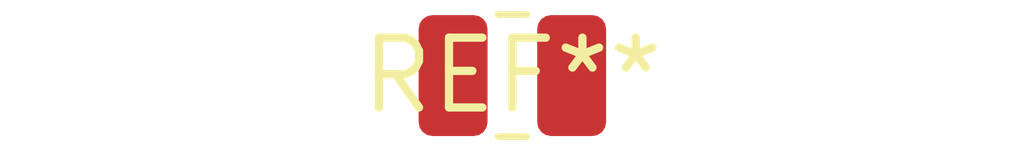
<source format=kicad_pcb>
(kicad_pcb (version 20240108) (generator pcbnew)
  (layers (0 "F.Cu" signal) (31 "B.Cu" signal) (34 "B.Paste" user) (35 "F.Paste" user) (36 "B.SilkS" user "B.Silkscreen") (37 "F.SilkS" user "F.Silkscreen") (38 "B.Mask" user) (39 "F.Mask" user) (44 "Edge.Cuts" user))
  (net 0 "")
  (footprint "L_1008_2520Metric" (layer "F.Cu") (at 0 0)
    (property "Reference" "REF**")
    (property "Value" "L_1008_2520Metric")
    (fp_line (start -0.261252 -1.11) (end 0.261252 -1.11) (layer "F.SilkS") (stroke (width 0.12)))
    (fp_line (start -0.261252 1.11) (end 0.261252 1.11) (layer "F.SilkS") (stroke (width 0.12)))
    (pad "1" smd roundrect (at -1.075 0) (size 1.25 2.2) (layers "F.Cu" "F.Paste" "F.Mask") (roundrect_rratio 0.2))
    (pad "2" smd roundrect (at 1.075 0) (size 1.25 2.2) (layers "F.Cu" "F.Paste" "F.Mask") (roundrect_rratio 0.2))
  )
)
</source>
